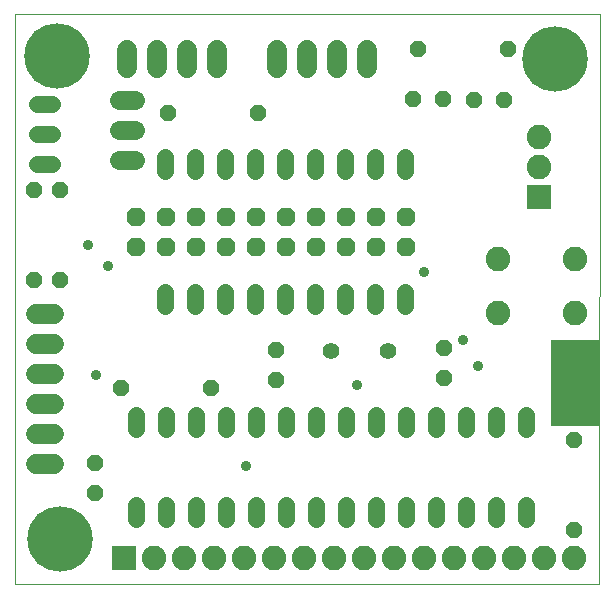
<source format=gbs>
G75*
G70*
%OFA0B0*%
%FSLAX24Y24*%
%IPPOS*%
%LPD*%
%AMOC8*
5,1,8,0,0,1.08239X$1,22.5*
%
%ADD10C,0.0000*%
%ADD11C,0.0680*%
%ADD12C,0.0560*%
%ADD13OC8,0.0560*%
%ADD14C,0.0560*%
%ADD15C,0.0820*%
%ADD16C,0.2180*%
%ADD17R,0.0820X0.0820*%
%ADD18OC8,0.0620*%
%ADD19R,0.1380X0.0680*%
%ADD20R,0.1600X0.2900*%
%ADD21C,0.0620*%
%ADD22C,0.0350*%
D10*
X003500Y012477D02*
X003500Y031473D01*
X023000Y031477D01*
X022992Y012477D01*
X003500Y012477D01*
D11*
X004200Y016477D02*
X004800Y016477D01*
X004800Y017477D02*
X004200Y017477D01*
X004200Y018477D02*
X004800Y018477D01*
X004800Y019477D02*
X004200Y019477D01*
X004200Y020477D02*
X004800Y020477D01*
X004800Y021477D02*
X004200Y021477D01*
X007250Y029677D02*
X007250Y030277D01*
X008250Y030277D02*
X008250Y029677D01*
X009250Y029677D02*
X009250Y030277D01*
X010250Y030277D02*
X010250Y029677D01*
X012250Y029677D02*
X012250Y030277D01*
X013250Y030277D02*
X013250Y029677D01*
X014250Y029677D02*
X014250Y030277D01*
X015250Y030277D02*
X015250Y029677D01*
D12*
X015500Y026717D02*
X015500Y026237D01*
X014500Y026237D02*
X014500Y026717D01*
X013500Y026717D02*
X013500Y026237D01*
X012500Y026237D02*
X012500Y026717D01*
X011500Y026717D02*
X011500Y026237D01*
X010500Y026237D02*
X010500Y026717D01*
X009500Y026717D02*
X009500Y026237D01*
X008500Y026237D02*
X008500Y026717D01*
X004740Y026477D02*
X004260Y026477D01*
X004260Y027477D02*
X004740Y027477D01*
X004740Y028477D02*
X004260Y028477D01*
X008500Y022217D02*
X008500Y021737D01*
X009500Y021737D02*
X009500Y022217D01*
X010500Y022217D02*
X010500Y021737D01*
X011500Y021737D02*
X011500Y022217D01*
X012500Y022217D02*
X012500Y021737D01*
X013500Y021737D02*
X013500Y022217D01*
X014500Y022217D02*
X014500Y021737D01*
X015500Y021737D02*
X015500Y022217D01*
X016500Y022217D02*
X016500Y021737D01*
X016553Y018110D02*
X016553Y017630D01*
X015553Y017630D02*
X015553Y018110D01*
X014553Y018110D02*
X014553Y017630D01*
X013553Y017630D02*
X013553Y018110D01*
X012553Y018110D02*
X012553Y017630D01*
X011553Y017630D02*
X011553Y018110D01*
X010553Y018110D02*
X010553Y017630D01*
X009553Y017630D02*
X009553Y018110D01*
X008553Y018110D02*
X008553Y017630D01*
X007553Y017630D02*
X007553Y018110D01*
X007553Y015110D02*
X007553Y014630D01*
X008553Y014630D02*
X008553Y015110D01*
X009553Y015110D02*
X009553Y014630D01*
X010553Y014630D02*
X010553Y015110D01*
X011553Y015110D02*
X011553Y014630D01*
X012553Y014630D02*
X012553Y015110D01*
X013553Y015110D02*
X013553Y014630D01*
X014553Y014630D02*
X014553Y015110D01*
X015553Y015110D02*
X015553Y014630D01*
X016553Y014630D02*
X016553Y015110D01*
X017553Y015110D02*
X017553Y014630D01*
X018553Y014630D02*
X018553Y015110D01*
X019553Y015110D02*
X019553Y014630D01*
X020553Y014630D02*
X020553Y015110D01*
X020553Y017630D02*
X020553Y018110D01*
X019553Y018110D02*
X019553Y017630D01*
X018553Y017630D02*
X018553Y018110D01*
X017553Y018110D02*
X017553Y017630D01*
X016500Y026237D02*
X016500Y026717D01*
D13*
X016785Y028636D03*
X017785Y028636D03*
X018803Y028616D03*
X019803Y028616D03*
X019951Y030317D03*
X016951Y030317D03*
X011598Y028181D03*
X008598Y028181D03*
X005020Y025612D03*
X004142Y025612D03*
X004142Y022612D03*
X005020Y022612D03*
X007043Y019012D03*
X006167Y016506D03*
X006167Y015506D03*
X010043Y019012D03*
X012222Y019272D03*
X012222Y020272D03*
X017823Y020323D03*
X017823Y019323D03*
X022157Y017258D03*
X022157Y014258D03*
D14*
X015950Y020227D03*
X014050Y020227D03*
D15*
X019610Y021506D03*
X019610Y023286D03*
X022170Y023286D03*
X022170Y021506D03*
X020972Y026370D03*
X020972Y027370D03*
X021152Y013329D03*
X022152Y013329D03*
X020152Y013329D03*
X019152Y013329D03*
X018152Y013329D03*
X017152Y013329D03*
X016152Y013329D03*
X015152Y013329D03*
X014152Y013329D03*
X013152Y013329D03*
X012152Y013329D03*
X011152Y013329D03*
X010152Y013329D03*
X009152Y013329D03*
X008152Y013329D03*
D16*
X005000Y013977D03*
X004921Y030065D03*
X021500Y029977D03*
D17*
X020972Y025370D03*
X007152Y013329D03*
D18*
X007549Y023711D03*
X007549Y024711D03*
X008549Y024711D03*
X008549Y023711D03*
X009549Y023711D03*
X009549Y024711D03*
X010549Y024711D03*
X010549Y023711D03*
X011549Y023711D03*
X011549Y024711D03*
X012549Y024711D03*
X012549Y023711D03*
X013549Y023711D03*
X013549Y024711D03*
X014549Y024711D03*
X014549Y023711D03*
X015549Y023711D03*
X015549Y024711D03*
X016549Y024711D03*
X016549Y023711D03*
D19*
X022181Y020156D03*
X022181Y019156D03*
X022181Y018156D03*
D20*
X022181Y019156D03*
D21*
X007506Y026605D02*
X006966Y026605D01*
X006966Y027605D02*
X007506Y027605D01*
X007506Y028605D02*
X006966Y028605D01*
D22*
X005941Y023776D03*
X006610Y023067D03*
X006217Y019445D03*
X011217Y016414D03*
X014917Y019091D03*
X018461Y020587D03*
X018933Y019721D03*
X017161Y022870D03*
M02*

</source>
